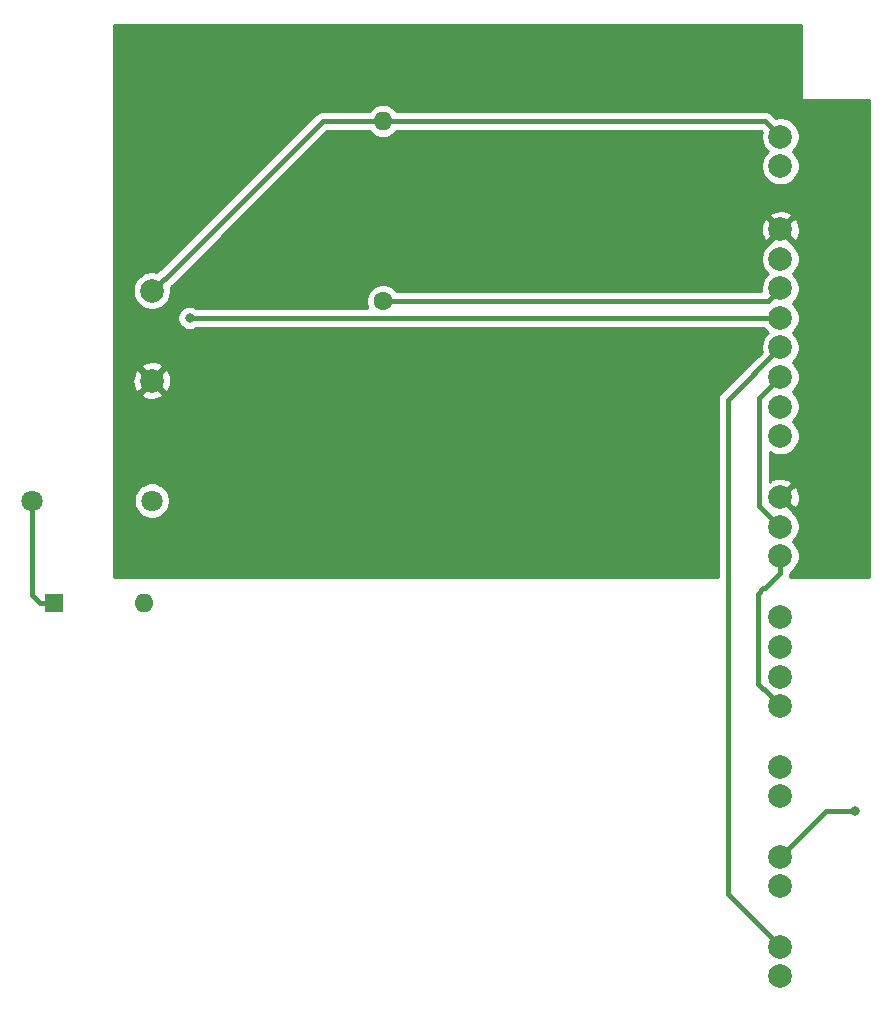
<source format=gbr>
G04 #@! TF.GenerationSoftware,KiCad,Pcbnew,(5.1.4)-1*
G04 #@! TF.CreationDate,2019-09-08T23:37:15+01:00*
G04 #@! TF.ProjectId,SafeBoard,53616665-426f-4617-9264-2e6b69636164,rev?*
G04 #@! TF.SameCoordinates,Original*
G04 #@! TF.FileFunction,Copper,L1,Top*
G04 #@! TF.FilePolarity,Positive*
%FSLAX46Y46*%
G04 Gerber Fmt 4.6, Leading zero omitted, Abs format (unit mm)*
G04 Created by KiCad (PCBNEW (5.1.4)-1) date 2019-09-08 23:37:15*
%MOMM*%
%LPD*%
G04 APERTURE LIST*
%ADD10R,1.600000X1.600000*%
%ADD11O,1.600000X1.600000*%
%ADD12C,2.000000*%
%ADD13C,1.600000*%
%ADD14C,1.800000*%
%ADD15C,0.800000*%
%ADD16C,0.450000*%
%ADD17C,0.254000*%
G04 APERTURE END LIST*
D10*
X144742000Y-97432000D03*
D11*
X152362000Y-97432000D03*
D12*
X206210000Y-60475000D03*
X206210000Y-57975000D03*
X206210000Y-83335000D03*
X206210000Y-80835000D03*
X206210000Y-78335000D03*
X206210000Y-75835000D03*
X206210000Y-73335000D03*
X206210000Y-68335000D03*
X206210000Y-65835000D03*
X206210000Y-70835000D03*
X206210000Y-93495000D03*
X206210000Y-90995000D03*
X206210000Y-88495000D03*
X206210000Y-106195000D03*
X206210000Y-103695000D03*
X206210000Y-101195000D03*
X206210000Y-98695000D03*
X206210000Y-111315000D03*
X206210000Y-113815000D03*
X206210000Y-121435000D03*
X206210000Y-118935000D03*
X206210000Y-126555000D03*
X206210000Y-129055000D03*
D13*
X172555000Y-71905000D03*
D11*
X172555000Y-56665000D03*
D14*
X142837000Y-88796000D03*
X152997000Y-88796000D03*
D12*
X152997000Y-78636000D03*
X152997000Y-71016000D03*
D15*
X156188998Y-73335000D03*
X212560000Y-115085000D03*
D16*
X206210000Y-73335000D02*
X156188998Y-73335000D01*
X143492000Y-97432000D02*
X144742000Y-97432000D01*
X142837000Y-96777000D02*
X143492000Y-97432000D01*
X142837000Y-88796000D02*
X142837000Y-96777000D01*
X204900000Y-56665000D02*
X206210000Y-57975000D01*
X172555000Y-56665000D02*
X204900000Y-56665000D01*
X172555000Y-56665000D02*
X167475000Y-56665000D01*
X154123999Y-70016001D02*
X167475000Y-56665000D01*
X153996999Y-70016001D02*
X154123999Y-70016001D01*
X152997000Y-71016000D02*
X153996999Y-70016001D01*
X210060000Y-115085000D02*
X206210000Y-118935000D01*
X212560000Y-115085000D02*
X210060000Y-115085000D01*
X204434988Y-80110012D02*
X206210000Y-78335000D01*
X206210000Y-90995000D02*
X204434988Y-89219988D01*
X204434988Y-89219988D02*
X204434988Y-80110012D01*
X205210001Y-125555001D02*
X206210000Y-126555000D01*
X201765000Y-122110000D02*
X205210001Y-125555001D01*
X201765000Y-80280000D02*
X201765000Y-122110000D01*
X206210000Y-75835000D02*
X201765000Y-80280000D01*
X205140000Y-71905000D02*
X206210000Y-70835000D01*
X172555000Y-71905000D02*
X205140000Y-71905000D01*
X205210001Y-105195001D02*
X206210000Y-106195000D01*
X206210000Y-94909213D02*
X204884999Y-96234214D01*
X206210000Y-93495000D02*
X206210000Y-94909213D01*
X204884999Y-96234214D02*
X204740786Y-96234214D01*
X204740786Y-96234214D02*
X204305000Y-96670000D01*
X204305000Y-96670000D02*
X204305000Y-104290000D01*
X204305000Y-104290000D02*
X205210001Y-105195001D01*
D17*
G36*
X207988000Y-54760000D02*
G01*
X207990440Y-54784776D01*
X207997667Y-54808601D01*
X208009403Y-54830557D01*
X208025197Y-54849803D01*
X208044443Y-54865597D01*
X208066399Y-54877333D01*
X208090224Y-54884560D01*
X208115000Y-54887000D01*
X213703000Y-54887000D01*
X213703000Y-95273000D01*
X206990696Y-95273000D01*
X207008381Y-95239913D01*
X207041722Y-95130000D01*
X207057556Y-95077804D01*
X207060622Y-95046675D01*
X207070000Y-94951459D01*
X207070000Y-94951453D01*
X207074160Y-94909214D01*
X207071829Y-94885542D01*
X207252252Y-94764987D01*
X207479987Y-94537252D01*
X207658918Y-94269463D01*
X207782168Y-93971912D01*
X207845000Y-93656033D01*
X207845000Y-93333967D01*
X207782168Y-93018088D01*
X207658918Y-92720537D01*
X207479987Y-92452748D01*
X207272239Y-92245000D01*
X207479987Y-92037252D01*
X207658918Y-91769463D01*
X207782168Y-91471912D01*
X207845000Y-91156033D01*
X207845000Y-90833967D01*
X207782168Y-90518088D01*
X207658918Y-90220537D01*
X207479987Y-89952748D01*
X207252252Y-89725013D01*
X207155065Y-89660075D01*
X207165808Y-89630413D01*
X206210000Y-88674605D01*
X206195858Y-88688748D01*
X206016253Y-88509143D01*
X206030395Y-88495000D01*
X206389605Y-88495000D01*
X207345413Y-89450808D01*
X207609814Y-89355044D01*
X207750704Y-89065429D01*
X207832384Y-88753892D01*
X207851718Y-88432405D01*
X207807961Y-88113325D01*
X207702795Y-87808912D01*
X207609814Y-87634956D01*
X207345413Y-87539192D01*
X206389605Y-88495000D01*
X206030395Y-88495000D01*
X206016253Y-88480858D01*
X206195858Y-88301253D01*
X206210000Y-88315395D01*
X207165808Y-87359587D01*
X207070044Y-87095186D01*
X206780429Y-86954296D01*
X206468892Y-86872616D01*
X206147405Y-86853282D01*
X205828325Y-86897039D01*
X205523912Y-87002205D01*
X205349956Y-87095186D01*
X205294988Y-87246951D01*
X205294988Y-84690006D01*
X205435537Y-84783918D01*
X205733088Y-84907168D01*
X206048967Y-84970000D01*
X206371033Y-84970000D01*
X206686912Y-84907168D01*
X206984463Y-84783918D01*
X207252252Y-84604987D01*
X207479987Y-84377252D01*
X207658918Y-84109463D01*
X207782168Y-83811912D01*
X207845000Y-83496033D01*
X207845000Y-83173967D01*
X207782168Y-82858088D01*
X207658918Y-82560537D01*
X207479987Y-82292748D01*
X207272239Y-82085000D01*
X207479987Y-81877252D01*
X207658918Y-81609463D01*
X207782168Y-81311912D01*
X207845000Y-80996033D01*
X207845000Y-80673967D01*
X207782168Y-80358088D01*
X207658918Y-80060537D01*
X207479987Y-79792748D01*
X207272239Y-79585000D01*
X207479987Y-79377252D01*
X207658918Y-79109463D01*
X207782168Y-78811912D01*
X207845000Y-78496033D01*
X207845000Y-78173967D01*
X207782168Y-77858088D01*
X207658918Y-77560537D01*
X207479987Y-77292748D01*
X207272239Y-77085000D01*
X207479987Y-76877252D01*
X207658918Y-76609463D01*
X207782168Y-76311912D01*
X207845000Y-75996033D01*
X207845000Y-75673967D01*
X207782168Y-75358088D01*
X207658918Y-75060537D01*
X207479987Y-74792748D01*
X207272239Y-74585000D01*
X207479987Y-74377252D01*
X207658918Y-74109463D01*
X207782168Y-73811912D01*
X207845000Y-73496033D01*
X207845000Y-73173967D01*
X207782168Y-72858088D01*
X207658918Y-72560537D01*
X207479987Y-72292748D01*
X207272239Y-72085000D01*
X207479987Y-71877252D01*
X207658918Y-71609463D01*
X207782168Y-71311912D01*
X207845000Y-70996033D01*
X207845000Y-70673967D01*
X207782168Y-70358088D01*
X207658918Y-70060537D01*
X207479987Y-69792748D01*
X207272239Y-69585000D01*
X207479987Y-69377252D01*
X207658918Y-69109463D01*
X207782168Y-68811912D01*
X207845000Y-68496033D01*
X207845000Y-68173967D01*
X207782168Y-67858088D01*
X207658918Y-67560537D01*
X207479987Y-67292748D01*
X207252252Y-67065013D01*
X207155065Y-67000075D01*
X207165808Y-66970413D01*
X206210000Y-66014605D01*
X205254192Y-66970413D01*
X205264935Y-67000075D01*
X205167748Y-67065013D01*
X204940013Y-67292748D01*
X204761082Y-67560537D01*
X204637832Y-67858088D01*
X204575000Y-68173967D01*
X204575000Y-68496033D01*
X204637832Y-68811912D01*
X204761082Y-69109463D01*
X204940013Y-69377252D01*
X205147761Y-69585000D01*
X204940013Y-69792748D01*
X204761082Y-70060537D01*
X204637832Y-70358088D01*
X204575000Y-70673967D01*
X204575000Y-70996033D01*
X204584740Y-71045000D01*
X173706226Y-71045000D01*
X173669637Y-70990241D01*
X173469759Y-70790363D01*
X173234727Y-70633320D01*
X172973574Y-70525147D01*
X172696335Y-70470000D01*
X172413665Y-70470000D01*
X172136426Y-70525147D01*
X171875273Y-70633320D01*
X171640241Y-70790363D01*
X171440363Y-70990241D01*
X171283320Y-71225273D01*
X171175147Y-71486426D01*
X171120000Y-71763665D01*
X171120000Y-72046335D01*
X171175147Y-72323574D01*
X171237870Y-72475000D01*
X156764868Y-72475000D01*
X156679254Y-72417795D01*
X156490896Y-72339774D01*
X156290937Y-72300000D01*
X156087059Y-72300000D01*
X155887100Y-72339774D01*
X155698742Y-72417795D01*
X155529224Y-72531063D01*
X155385061Y-72675226D01*
X155271793Y-72844744D01*
X155193772Y-73033102D01*
X155153998Y-73233061D01*
X155153998Y-73436939D01*
X155193772Y-73636898D01*
X155271793Y-73825256D01*
X155385061Y-73994774D01*
X155529224Y-74138937D01*
X155698742Y-74252205D01*
X155887100Y-74330226D01*
X156087059Y-74370000D01*
X156290937Y-74370000D01*
X156490896Y-74330226D01*
X156679254Y-74252205D01*
X156764868Y-74195000D01*
X204818236Y-74195000D01*
X204940013Y-74377252D01*
X205147761Y-74585000D01*
X204940013Y-74792748D01*
X204761082Y-75060537D01*
X204637832Y-75358088D01*
X204575000Y-75673967D01*
X204575000Y-75996033D01*
X204617762Y-76211014D01*
X201186765Y-79642012D01*
X201153946Y-79668946D01*
X201046476Y-79799899D01*
X200966619Y-79949301D01*
X200940376Y-80035814D01*
X200917869Y-80110012D01*
X200917444Y-80111412D01*
X200905000Y-80237755D01*
X200905000Y-80237761D01*
X200900840Y-80280000D01*
X200905000Y-80322239D01*
X200905000Y-95273000D01*
X149822000Y-95273000D01*
X149822000Y-88644816D01*
X151462000Y-88644816D01*
X151462000Y-88947184D01*
X151520989Y-89243743D01*
X151636701Y-89523095D01*
X151804688Y-89774505D01*
X152018495Y-89988312D01*
X152269905Y-90156299D01*
X152549257Y-90272011D01*
X152845816Y-90331000D01*
X153148184Y-90331000D01*
X153444743Y-90272011D01*
X153724095Y-90156299D01*
X153975505Y-89988312D01*
X154189312Y-89774505D01*
X154357299Y-89523095D01*
X154473011Y-89243743D01*
X154532000Y-88947184D01*
X154532000Y-88644816D01*
X154473011Y-88348257D01*
X154357299Y-88068905D01*
X154189312Y-87817495D01*
X153975505Y-87603688D01*
X153724095Y-87435701D01*
X153444743Y-87319989D01*
X153148184Y-87261000D01*
X152845816Y-87261000D01*
X152549257Y-87319989D01*
X152269905Y-87435701D01*
X152018495Y-87603688D01*
X151804688Y-87817495D01*
X151636701Y-88068905D01*
X151520989Y-88348257D01*
X151462000Y-88644816D01*
X149822000Y-88644816D01*
X149822000Y-79771413D01*
X152041192Y-79771413D01*
X152136956Y-80035814D01*
X152426571Y-80176704D01*
X152738108Y-80258384D01*
X153059595Y-80277718D01*
X153378675Y-80233961D01*
X153683088Y-80128795D01*
X153857044Y-80035814D01*
X153952808Y-79771413D01*
X152997000Y-78815605D01*
X152041192Y-79771413D01*
X149822000Y-79771413D01*
X149822000Y-78698595D01*
X151355282Y-78698595D01*
X151399039Y-79017675D01*
X151504205Y-79322088D01*
X151597186Y-79496044D01*
X151861587Y-79591808D01*
X152817395Y-78636000D01*
X153176605Y-78636000D01*
X154132413Y-79591808D01*
X154396814Y-79496044D01*
X154537704Y-79206429D01*
X154619384Y-78894892D01*
X154638718Y-78573405D01*
X154594961Y-78254325D01*
X154489795Y-77949912D01*
X154396814Y-77775956D01*
X154132413Y-77680192D01*
X153176605Y-78636000D01*
X152817395Y-78636000D01*
X151861587Y-77680192D01*
X151597186Y-77775956D01*
X151456296Y-78065571D01*
X151374616Y-78377108D01*
X151355282Y-78698595D01*
X149822000Y-78698595D01*
X149822000Y-77500587D01*
X152041192Y-77500587D01*
X152997000Y-78456395D01*
X153952808Y-77500587D01*
X153857044Y-77236186D01*
X153567429Y-77095296D01*
X153255892Y-77013616D01*
X152934405Y-76994282D01*
X152615325Y-77038039D01*
X152310912Y-77143205D01*
X152136956Y-77236186D01*
X152041192Y-77500587D01*
X149822000Y-77500587D01*
X149822000Y-70854967D01*
X151362000Y-70854967D01*
X151362000Y-71177033D01*
X151424832Y-71492912D01*
X151548082Y-71790463D01*
X151727013Y-72058252D01*
X151954748Y-72285987D01*
X152222537Y-72464918D01*
X152520088Y-72588168D01*
X152835967Y-72651000D01*
X153158033Y-72651000D01*
X153473912Y-72588168D01*
X153771463Y-72464918D01*
X154039252Y-72285987D01*
X154266987Y-72058252D01*
X154445918Y-71790463D01*
X154569168Y-71492912D01*
X154632000Y-71177033D01*
X154632000Y-70854967D01*
X154607490Y-70731744D01*
X154735053Y-70627055D01*
X154761987Y-70594236D01*
X159458628Y-65897595D01*
X204568282Y-65897595D01*
X204612039Y-66216675D01*
X204717205Y-66521088D01*
X204810186Y-66695044D01*
X205074587Y-66790808D01*
X206030395Y-65835000D01*
X206389605Y-65835000D01*
X207345413Y-66790808D01*
X207609814Y-66695044D01*
X207750704Y-66405429D01*
X207832384Y-66093892D01*
X207851718Y-65772405D01*
X207807961Y-65453325D01*
X207702795Y-65148912D01*
X207609814Y-64974956D01*
X207345413Y-64879192D01*
X206389605Y-65835000D01*
X206030395Y-65835000D01*
X205074587Y-64879192D01*
X204810186Y-64974956D01*
X204669296Y-65264571D01*
X204587616Y-65576108D01*
X204568282Y-65897595D01*
X159458628Y-65897595D01*
X160656636Y-64699587D01*
X205254192Y-64699587D01*
X206210000Y-65655395D01*
X207165808Y-64699587D01*
X207070044Y-64435186D01*
X206780429Y-64294296D01*
X206468892Y-64212616D01*
X206147405Y-64193282D01*
X205828325Y-64237039D01*
X205523912Y-64342205D01*
X205349956Y-64435186D01*
X205254192Y-64699587D01*
X160656636Y-64699587D01*
X167831224Y-57525000D01*
X171404405Y-57525000D01*
X171535392Y-57684608D01*
X171753899Y-57863932D01*
X172003192Y-57997182D01*
X172273691Y-58079236D01*
X172484508Y-58100000D01*
X172625492Y-58100000D01*
X172836309Y-58079236D01*
X173106808Y-57997182D01*
X173356101Y-57863932D01*
X173574608Y-57684608D01*
X173705595Y-57525000D01*
X204543777Y-57525000D01*
X204617762Y-57598986D01*
X204575000Y-57813967D01*
X204575000Y-58136033D01*
X204637832Y-58451912D01*
X204761082Y-58749463D01*
X204940013Y-59017252D01*
X205147761Y-59225000D01*
X204940013Y-59432748D01*
X204761082Y-59700537D01*
X204637832Y-59998088D01*
X204575000Y-60313967D01*
X204575000Y-60636033D01*
X204637832Y-60951912D01*
X204761082Y-61249463D01*
X204940013Y-61517252D01*
X205167748Y-61744987D01*
X205435537Y-61923918D01*
X205733088Y-62047168D01*
X206048967Y-62110000D01*
X206371033Y-62110000D01*
X206686912Y-62047168D01*
X206984463Y-61923918D01*
X207252252Y-61744987D01*
X207479987Y-61517252D01*
X207658918Y-61249463D01*
X207782168Y-60951912D01*
X207845000Y-60636033D01*
X207845000Y-60313967D01*
X207782168Y-59998088D01*
X207658918Y-59700537D01*
X207479987Y-59432748D01*
X207272239Y-59225000D01*
X207479987Y-59017252D01*
X207658918Y-58749463D01*
X207782168Y-58451912D01*
X207845000Y-58136033D01*
X207845000Y-57813967D01*
X207782168Y-57498088D01*
X207658918Y-57200537D01*
X207479987Y-56932748D01*
X207252252Y-56705013D01*
X206984463Y-56526082D01*
X206686912Y-56402832D01*
X206371033Y-56340000D01*
X206048967Y-56340000D01*
X205833986Y-56382762D01*
X205537988Y-56086765D01*
X205511054Y-56053946D01*
X205380102Y-55946476D01*
X205230700Y-55866619D01*
X205068589Y-55817444D01*
X204942246Y-55805000D01*
X204942239Y-55805000D01*
X204900000Y-55800840D01*
X204857761Y-55805000D01*
X173705595Y-55805000D01*
X173574608Y-55645392D01*
X173356101Y-55466068D01*
X173106808Y-55332818D01*
X172836309Y-55250764D01*
X172625492Y-55230000D01*
X172484508Y-55230000D01*
X172273691Y-55250764D01*
X172003192Y-55332818D01*
X171753899Y-55466068D01*
X171535392Y-55645392D01*
X171404405Y-55805000D01*
X167517246Y-55805000D01*
X167475000Y-55800839D01*
X167306410Y-55817444D01*
X167144299Y-55866619D01*
X167092259Y-55894436D01*
X166994898Y-55946476D01*
X166863946Y-56053946D01*
X166837017Y-56086759D01*
X153723512Y-69200265D01*
X153666299Y-69217620D01*
X153516897Y-69297477D01*
X153385945Y-69404947D01*
X153370856Y-69423333D01*
X153158033Y-69381000D01*
X152835967Y-69381000D01*
X152520088Y-69443832D01*
X152222537Y-69567082D01*
X151954748Y-69746013D01*
X151727013Y-69973748D01*
X151548082Y-70241537D01*
X151424832Y-70539088D01*
X151362000Y-70854967D01*
X149822000Y-70854967D01*
X149822000Y-48537000D01*
X207988000Y-48537000D01*
X207988000Y-54760000D01*
X207988000Y-54760000D01*
G37*
X207988000Y-54760000D02*
X207990440Y-54784776D01*
X207997667Y-54808601D01*
X208009403Y-54830557D01*
X208025197Y-54849803D01*
X208044443Y-54865597D01*
X208066399Y-54877333D01*
X208090224Y-54884560D01*
X208115000Y-54887000D01*
X213703000Y-54887000D01*
X213703000Y-95273000D01*
X206990696Y-95273000D01*
X207008381Y-95239913D01*
X207041722Y-95130000D01*
X207057556Y-95077804D01*
X207060622Y-95046675D01*
X207070000Y-94951459D01*
X207070000Y-94951453D01*
X207074160Y-94909214D01*
X207071829Y-94885542D01*
X207252252Y-94764987D01*
X207479987Y-94537252D01*
X207658918Y-94269463D01*
X207782168Y-93971912D01*
X207845000Y-93656033D01*
X207845000Y-93333967D01*
X207782168Y-93018088D01*
X207658918Y-92720537D01*
X207479987Y-92452748D01*
X207272239Y-92245000D01*
X207479987Y-92037252D01*
X207658918Y-91769463D01*
X207782168Y-91471912D01*
X207845000Y-91156033D01*
X207845000Y-90833967D01*
X207782168Y-90518088D01*
X207658918Y-90220537D01*
X207479987Y-89952748D01*
X207252252Y-89725013D01*
X207155065Y-89660075D01*
X207165808Y-89630413D01*
X206210000Y-88674605D01*
X206195858Y-88688748D01*
X206016253Y-88509143D01*
X206030395Y-88495000D01*
X206389605Y-88495000D01*
X207345413Y-89450808D01*
X207609814Y-89355044D01*
X207750704Y-89065429D01*
X207832384Y-88753892D01*
X207851718Y-88432405D01*
X207807961Y-88113325D01*
X207702795Y-87808912D01*
X207609814Y-87634956D01*
X207345413Y-87539192D01*
X206389605Y-88495000D01*
X206030395Y-88495000D01*
X206016253Y-88480858D01*
X206195858Y-88301253D01*
X206210000Y-88315395D01*
X207165808Y-87359587D01*
X207070044Y-87095186D01*
X206780429Y-86954296D01*
X206468892Y-86872616D01*
X206147405Y-86853282D01*
X205828325Y-86897039D01*
X205523912Y-87002205D01*
X205349956Y-87095186D01*
X205294988Y-87246951D01*
X205294988Y-84690006D01*
X205435537Y-84783918D01*
X205733088Y-84907168D01*
X206048967Y-84970000D01*
X206371033Y-84970000D01*
X206686912Y-84907168D01*
X206984463Y-84783918D01*
X207252252Y-84604987D01*
X207479987Y-84377252D01*
X207658918Y-84109463D01*
X207782168Y-83811912D01*
X207845000Y-83496033D01*
X207845000Y-83173967D01*
X207782168Y-82858088D01*
X207658918Y-82560537D01*
X207479987Y-82292748D01*
X207272239Y-82085000D01*
X207479987Y-81877252D01*
X207658918Y-81609463D01*
X207782168Y-81311912D01*
X207845000Y-80996033D01*
X207845000Y-80673967D01*
X207782168Y-80358088D01*
X207658918Y-80060537D01*
X207479987Y-79792748D01*
X207272239Y-79585000D01*
X207479987Y-79377252D01*
X207658918Y-79109463D01*
X207782168Y-78811912D01*
X207845000Y-78496033D01*
X207845000Y-78173967D01*
X207782168Y-77858088D01*
X207658918Y-77560537D01*
X207479987Y-77292748D01*
X207272239Y-77085000D01*
X207479987Y-76877252D01*
X207658918Y-76609463D01*
X207782168Y-76311912D01*
X207845000Y-75996033D01*
X207845000Y-75673967D01*
X207782168Y-75358088D01*
X207658918Y-75060537D01*
X207479987Y-74792748D01*
X207272239Y-74585000D01*
X207479987Y-74377252D01*
X207658918Y-74109463D01*
X207782168Y-73811912D01*
X207845000Y-73496033D01*
X207845000Y-73173967D01*
X207782168Y-72858088D01*
X207658918Y-72560537D01*
X207479987Y-72292748D01*
X207272239Y-72085000D01*
X207479987Y-71877252D01*
X207658918Y-71609463D01*
X207782168Y-71311912D01*
X207845000Y-70996033D01*
X207845000Y-70673967D01*
X207782168Y-70358088D01*
X207658918Y-70060537D01*
X207479987Y-69792748D01*
X207272239Y-69585000D01*
X207479987Y-69377252D01*
X207658918Y-69109463D01*
X207782168Y-68811912D01*
X207845000Y-68496033D01*
X207845000Y-68173967D01*
X207782168Y-67858088D01*
X207658918Y-67560537D01*
X207479987Y-67292748D01*
X207252252Y-67065013D01*
X207155065Y-67000075D01*
X207165808Y-66970413D01*
X206210000Y-66014605D01*
X205254192Y-66970413D01*
X205264935Y-67000075D01*
X205167748Y-67065013D01*
X204940013Y-67292748D01*
X204761082Y-67560537D01*
X204637832Y-67858088D01*
X204575000Y-68173967D01*
X204575000Y-68496033D01*
X204637832Y-68811912D01*
X204761082Y-69109463D01*
X204940013Y-69377252D01*
X205147761Y-69585000D01*
X204940013Y-69792748D01*
X204761082Y-70060537D01*
X204637832Y-70358088D01*
X204575000Y-70673967D01*
X204575000Y-70996033D01*
X204584740Y-71045000D01*
X173706226Y-71045000D01*
X173669637Y-70990241D01*
X173469759Y-70790363D01*
X173234727Y-70633320D01*
X172973574Y-70525147D01*
X172696335Y-70470000D01*
X172413665Y-70470000D01*
X172136426Y-70525147D01*
X171875273Y-70633320D01*
X171640241Y-70790363D01*
X171440363Y-70990241D01*
X171283320Y-71225273D01*
X171175147Y-71486426D01*
X171120000Y-71763665D01*
X171120000Y-72046335D01*
X171175147Y-72323574D01*
X171237870Y-72475000D01*
X156764868Y-72475000D01*
X156679254Y-72417795D01*
X156490896Y-72339774D01*
X156290937Y-72300000D01*
X156087059Y-72300000D01*
X155887100Y-72339774D01*
X155698742Y-72417795D01*
X155529224Y-72531063D01*
X155385061Y-72675226D01*
X155271793Y-72844744D01*
X155193772Y-73033102D01*
X155153998Y-73233061D01*
X155153998Y-73436939D01*
X155193772Y-73636898D01*
X155271793Y-73825256D01*
X155385061Y-73994774D01*
X155529224Y-74138937D01*
X155698742Y-74252205D01*
X155887100Y-74330226D01*
X156087059Y-74370000D01*
X156290937Y-74370000D01*
X156490896Y-74330226D01*
X156679254Y-74252205D01*
X156764868Y-74195000D01*
X204818236Y-74195000D01*
X204940013Y-74377252D01*
X205147761Y-74585000D01*
X204940013Y-74792748D01*
X204761082Y-75060537D01*
X204637832Y-75358088D01*
X204575000Y-75673967D01*
X204575000Y-75996033D01*
X204617762Y-76211014D01*
X201186765Y-79642012D01*
X201153946Y-79668946D01*
X201046476Y-79799899D01*
X200966619Y-79949301D01*
X200940376Y-80035814D01*
X200917869Y-80110012D01*
X200917444Y-80111412D01*
X200905000Y-80237755D01*
X200905000Y-80237761D01*
X200900840Y-80280000D01*
X200905000Y-80322239D01*
X200905000Y-95273000D01*
X149822000Y-95273000D01*
X149822000Y-88644816D01*
X151462000Y-88644816D01*
X151462000Y-88947184D01*
X151520989Y-89243743D01*
X151636701Y-89523095D01*
X151804688Y-89774505D01*
X152018495Y-89988312D01*
X152269905Y-90156299D01*
X152549257Y-90272011D01*
X152845816Y-90331000D01*
X153148184Y-90331000D01*
X153444743Y-90272011D01*
X153724095Y-90156299D01*
X153975505Y-89988312D01*
X154189312Y-89774505D01*
X154357299Y-89523095D01*
X154473011Y-89243743D01*
X154532000Y-88947184D01*
X154532000Y-88644816D01*
X154473011Y-88348257D01*
X154357299Y-88068905D01*
X154189312Y-87817495D01*
X153975505Y-87603688D01*
X153724095Y-87435701D01*
X153444743Y-87319989D01*
X153148184Y-87261000D01*
X152845816Y-87261000D01*
X152549257Y-87319989D01*
X152269905Y-87435701D01*
X152018495Y-87603688D01*
X151804688Y-87817495D01*
X151636701Y-88068905D01*
X151520989Y-88348257D01*
X151462000Y-88644816D01*
X149822000Y-88644816D01*
X149822000Y-79771413D01*
X152041192Y-79771413D01*
X152136956Y-80035814D01*
X152426571Y-80176704D01*
X152738108Y-80258384D01*
X153059595Y-80277718D01*
X153378675Y-80233961D01*
X153683088Y-80128795D01*
X153857044Y-80035814D01*
X153952808Y-79771413D01*
X152997000Y-78815605D01*
X152041192Y-79771413D01*
X149822000Y-79771413D01*
X149822000Y-78698595D01*
X151355282Y-78698595D01*
X151399039Y-79017675D01*
X151504205Y-79322088D01*
X151597186Y-79496044D01*
X151861587Y-79591808D01*
X152817395Y-78636000D01*
X153176605Y-78636000D01*
X154132413Y-79591808D01*
X154396814Y-79496044D01*
X154537704Y-79206429D01*
X154619384Y-78894892D01*
X154638718Y-78573405D01*
X154594961Y-78254325D01*
X154489795Y-77949912D01*
X154396814Y-77775956D01*
X154132413Y-77680192D01*
X153176605Y-78636000D01*
X152817395Y-78636000D01*
X151861587Y-77680192D01*
X151597186Y-77775956D01*
X151456296Y-78065571D01*
X151374616Y-78377108D01*
X151355282Y-78698595D01*
X149822000Y-78698595D01*
X149822000Y-77500587D01*
X152041192Y-77500587D01*
X152997000Y-78456395D01*
X153952808Y-77500587D01*
X153857044Y-77236186D01*
X153567429Y-77095296D01*
X153255892Y-77013616D01*
X152934405Y-76994282D01*
X152615325Y-77038039D01*
X152310912Y-77143205D01*
X152136956Y-77236186D01*
X152041192Y-77500587D01*
X149822000Y-77500587D01*
X149822000Y-70854967D01*
X151362000Y-70854967D01*
X151362000Y-71177033D01*
X151424832Y-71492912D01*
X151548082Y-71790463D01*
X151727013Y-72058252D01*
X151954748Y-72285987D01*
X152222537Y-72464918D01*
X152520088Y-72588168D01*
X152835967Y-72651000D01*
X153158033Y-72651000D01*
X153473912Y-72588168D01*
X153771463Y-72464918D01*
X154039252Y-72285987D01*
X154266987Y-72058252D01*
X154445918Y-71790463D01*
X154569168Y-71492912D01*
X154632000Y-71177033D01*
X154632000Y-70854967D01*
X154607490Y-70731744D01*
X154735053Y-70627055D01*
X154761987Y-70594236D01*
X159458628Y-65897595D01*
X204568282Y-65897595D01*
X204612039Y-66216675D01*
X204717205Y-66521088D01*
X204810186Y-66695044D01*
X205074587Y-66790808D01*
X206030395Y-65835000D01*
X206389605Y-65835000D01*
X207345413Y-66790808D01*
X207609814Y-66695044D01*
X207750704Y-66405429D01*
X207832384Y-66093892D01*
X207851718Y-65772405D01*
X207807961Y-65453325D01*
X207702795Y-65148912D01*
X207609814Y-64974956D01*
X207345413Y-64879192D01*
X206389605Y-65835000D01*
X206030395Y-65835000D01*
X205074587Y-64879192D01*
X204810186Y-64974956D01*
X204669296Y-65264571D01*
X204587616Y-65576108D01*
X204568282Y-65897595D01*
X159458628Y-65897595D01*
X160656636Y-64699587D01*
X205254192Y-64699587D01*
X206210000Y-65655395D01*
X207165808Y-64699587D01*
X207070044Y-64435186D01*
X206780429Y-64294296D01*
X206468892Y-64212616D01*
X206147405Y-64193282D01*
X205828325Y-64237039D01*
X205523912Y-64342205D01*
X205349956Y-64435186D01*
X205254192Y-64699587D01*
X160656636Y-64699587D01*
X167831224Y-57525000D01*
X171404405Y-57525000D01*
X171535392Y-57684608D01*
X171753899Y-57863932D01*
X172003192Y-57997182D01*
X172273691Y-58079236D01*
X172484508Y-58100000D01*
X172625492Y-58100000D01*
X172836309Y-58079236D01*
X173106808Y-57997182D01*
X173356101Y-57863932D01*
X173574608Y-57684608D01*
X173705595Y-57525000D01*
X204543777Y-57525000D01*
X204617762Y-57598986D01*
X204575000Y-57813967D01*
X204575000Y-58136033D01*
X204637832Y-58451912D01*
X204761082Y-58749463D01*
X204940013Y-59017252D01*
X205147761Y-59225000D01*
X204940013Y-59432748D01*
X204761082Y-59700537D01*
X204637832Y-59998088D01*
X204575000Y-60313967D01*
X204575000Y-60636033D01*
X204637832Y-60951912D01*
X204761082Y-61249463D01*
X204940013Y-61517252D01*
X205167748Y-61744987D01*
X205435537Y-61923918D01*
X205733088Y-62047168D01*
X206048967Y-62110000D01*
X206371033Y-62110000D01*
X206686912Y-62047168D01*
X206984463Y-61923918D01*
X207252252Y-61744987D01*
X207479987Y-61517252D01*
X207658918Y-61249463D01*
X207782168Y-60951912D01*
X207845000Y-60636033D01*
X207845000Y-60313967D01*
X207782168Y-59998088D01*
X207658918Y-59700537D01*
X207479987Y-59432748D01*
X207272239Y-59225000D01*
X207479987Y-59017252D01*
X207658918Y-58749463D01*
X207782168Y-58451912D01*
X207845000Y-58136033D01*
X207845000Y-57813967D01*
X207782168Y-57498088D01*
X207658918Y-57200537D01*
X207479987Y-56932748D01*
X207252252Y-56705013D01*
X206984463Y-56526082D01*
X206686912Y-56402832D01*
X206371033Y-56340000D01*
X206048967Y-56340000D01*
X205833986Y-56382762D01*
X205537988Y-56086765D01*
X205511054Y-56053946D01*
X205380102Y-55946476D01*
X205230700Y-55866619D01*
X205068589Y-55817444D01*
X204942246Y-55805000D01*
X204942239Y-55805000D01*
X204900000Y-55800840D01*
X204857761Y-55805000D01*
X173705595Y-55805000D01*
X173574608Y-55645392D01*
X173356101Y-55466068D01*
X173106808Y-55332818D01*
X172836309Y-55250764D01*
X172625492Y-55230000D01*
X172484508Y-55230000D01*
X172273691Y-55250764D01*
X172003192Y-55332818D01*
X171753899Y-55466068D01*
X171535392Y-55645392D01*
X171404405Y-55805000D01*
X167517246Y-55805000D01*
X167475000Y-55800839D01*
X167306410Y-55817444D01*
X167144299Y-55866619D01*
X167092259Y-55894436D01*
X166994898Y-55946476D01*
X166863946Y-56053946D01*
X166837017Y-56086759D01*
X153723512Y-69200265D01*
X153666299Y-69217620D01*
X153516897Y-69297477D01*
X153385945Y-69404947D01*
X153370856Y-69423333D01*
X153158033Y-69381000D01*
X152835967Y-69381000D01*
X152520088Y-69443832D01*
X152222537Y-69567082D01*
X151954748Y-69746013D01*
X151727013Y-69973748D01*
X151548082Y-70241537D01*
X151424832Y-70539088D01*
X151362000Y-70854967D01*
X149822000Y-70854967D01*
X149822000Y-48537000D01*
X207988000Y-48537000D01*
X207988000Y-54760000D01*
M02*

</source>
